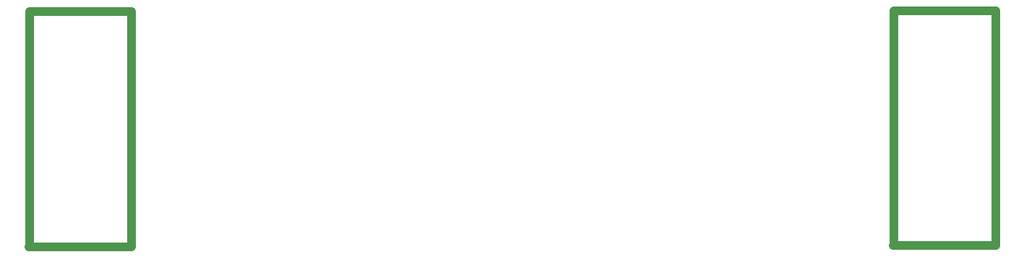
<source format=gko>
G04*
G04 #@! TF.GenerationSoftware,Altium Limited,Altium Designer,24.1.2 (44)*
G04*
G04 Layer_Color=16711935*
%FSLAX44Y44*%
%MOMM*%
G71*
G04*
G04 #@! TF.SameCoordinates,85EAEC8C-3496-431A-917F-130F63ABBC40*
G04*
G04*
G04 #@! TF.FilePolarity,Positive*
G04*
G01*
G75*
%ADD57C,1.0000*%
D57*
X237911Y537624D02*
X238113Y537422D01*
X118591Y537624D02*
X237911D01*
X118591Y265837D02*
Y537624D01*
X238113Y262274D02*
Y537422D01*
X237981Y262142D02*
X238113Y262274D01*
X117587Y262142D02*
X237981D01*
X1250683Y263711D02*
Y538859D01*
X1250551Y263579D02*
X1250683Y263711D01*
X1131161Y267274D02*
Y539061D01*
X1250481D02*
X1250683Y538859D01*
X1131161Y539061D02*
X1250481D01*
X1130157Y263579D02*
X1250551D01*
M02*

</source>
